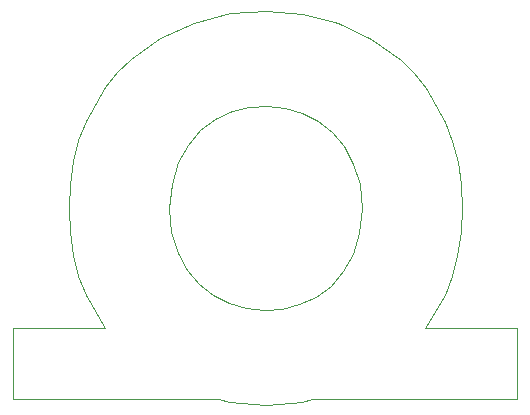
<source format=gm1>
G04 #@! TF.FileFunction,Profile,NP*
%FSLAX46Y46*%
G04 Gerber Fmt 4.6, Leading zero omitted, Abs format (unit mm)*
G04 Created by KiCad (PCBNEW 4.0.0-rc2-stable) date 3/3/2016 3:46:29 PM*
%MOMM*%
G01*
G04 APERTURE LIST*
%ADD10C,0.150000*%
%ADD11C,0.100000*%
G04 APERTURE END LIST*
D10*
D11*
X68010000Y-51620000D02*
X64900000Y-51370000D01*
X64900000Y-51370000D02*
X64070000Y-51150000D01*
X64070000Y-51150000D02*
X46630000Y-51150000D01*
X46630000Y-51150000D02*
X46630000Y-45150000D01*
X46630000Y-45150000D02*
X54410000Y-45150000D01*
X54410000Y-45150000D02*
X52770000Y-42330000D01*
X52770000Y-42330000D02*
X52140000Y-40700000D01*
X52140000Y-40700000D02*
X51690000Y-38930000D01*
X51690000Y-38930000D02*
X51420000Y-37030000D01*
X51420000Y-37030000D02*
X51330000Y-34990000D01*
X51330000Y-34990000D02*
X51420000Y-32940000D01*
X51420000Y-32940000D02*
X51690000Y-31040000D01*
X51690000Y-31040000D02*
X52140000Y-29260000D01*
X52140000Y-29260000D02*
X52770000Y-27620000D01*
X52770000Y-27620000D02*
X54440000Y-24730000D01*
X54440000Y-24730000D02*
X55440000Y-23490000D01*
X55440000Y-23490000D02*
X56570000Y-22380000D01*
X56570000Y-22380000D02*
X59090000Y-20570000D01*
X59090000Y-20570000D02*
X61920000Y-19280000D01*
X61920000Y-19280000D02*
X64950000Y-18510000D01*
X64950000Y-18510000D02*
X68060000Y-18260000D01*
X68060000Y-18260000D02*
X71130000Y-18530000D01*
X71130000Y-18530000D02*
X74130000Y-19320000D01*
X74130000Y-19320000D02*
X76940000Y-20650000D01*
X76940000Y-20650000D02*
X79430000Y-22480000D01*
X79430000Y-22480000D02*
X80550000Y-23580000D01*
X80550000Y-23580000D02*
X81540000Y-24820000D01*
X81540000Y-24820000D02*
X83190000Y-27690000D01*
X83190000Y-27690000D02*
X83800000Y-29320000D01*
X83800000Y-29320000D02*
X84250000Y-31080000D01*
X84250000Y-31080000D02*
X84510000Y-32970000D01*
X84510000Y-32970000D02*
X84600000Y-34990000D01*
X84600000Y-34990000D02*
X84510000Y-37030000D01*
X84510000Y-37030000D02*
X84240000Y-38930000D01*
X84240000Y-38930000D02*
X83790000Y-40700000D01*
X83790000Y-40700000D02*
X83160000Y-42330000D01*
X83160000Y-42330000D02*
X81530000Y-45150000D01*
X81530000Y-45150000D02*
X89300000Y-45150000D01*
X89300000Y-45150000D02*
X89300000Y-51150000D01*
X89300000Y-51150000D02*
X71920000Y-51150000D01*
X71920000Y-51150000D02*
X71090000Y-51370000D01*
X71090000Y-51370000D02*
X68010000Y-51620000D01*
X68010000Y-51620000D02*
X68010000Y-51620000D01*
X68010000Y-51620000D02*
X68010000Y-51620000D01*
X69350000Y-43510000D02*
X70860000Y-43140000D01*
X70860000Y-43140000D02*
X72280000Y-42490000D01*
X72280000Y-42490000D02*
X73530000Y-41570000D01*
X73530000Y-41570000D02*
X74570000Y-40350000D01*
X74570000Y-40350000D02*
X75400000Y-38850000D01*
X75400000Y-38850000D02*
X75940000Y-37070000D01*
X75940000Y-37070000D02*
X76120000Y-34990000D01*
X76120000Y-34990000D02*
X75950000Y-32980000D01*
X75950000Y-32980000D02*
X75430000Y-31230000D01*
X75430000Y-31230000D02*
X74630000Y-29750000D01*
X74630000Y-29750000D02*
X73620000Y-28550000D01*
X73620000Y-28550000D02*
X72430000Y-27610000D01*
X72430000Y-27610000D02*
X71070000Y-26920000D01*
X71070000Y-26920000D02*
X69620000Y-26490000D01*
X69620000Y-26490000D02*
X68150000Y-26320000D01*
X68150000Y-26320000D02*
X66630000Y-26420000D01*
X66630000Y-26420000D02*
X65120000Y-26810000D01*
X65120000Y-26810000D02*
X63700000Y-27470000D01*
X63700000Y-27470000D02*
X62450000Y-28410000D01*
X62450000Y-28410000D02*
X61400000Y-29620000D01*
X61400000Y-29620000D02*
X60580000Y-31120000D01*
X60580000Y-31120000D02*
X60040000Y-32910000D01*
X60040000Y-32910000D02*
X59860000Y-34990000D01*
X59860000Y-34990000D02*
X60030000Y-37020000D01*
X60030000Y-37020000D02*
X60550000Y-38790000D01*
X60550000Y-38790000D02*
X61350000Y-40260000D01*
X61350000Y-40260000D02*
X62360000Y-41450000D01*
X62360000Y-41450000D02*
X63550000Y-42360000D01*
X63550000Y-42360000D02*
X64910000Y-43020000D01*
X64910000Y-43020000D02*
X66360000Y-43440000D01*
X66360000Y-43440000D02*
X67830000Y-43600000D01*
X67830000Y-43600000D02*
X69350000Y-43510000D01*
X69350000Y-43510000D02*
X69350000Y-43510000D01*
X69350000Y-43510000D02*
X69350000Y-43510000D01*
M02*

</source>
